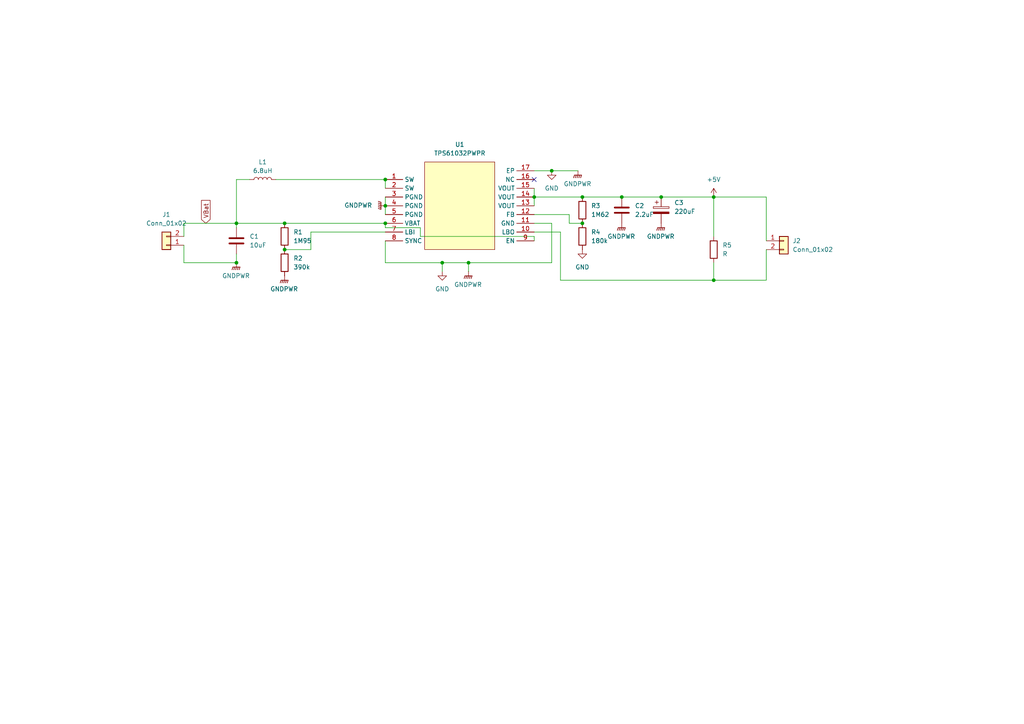
<source format=kicad_sch>
(kicad_sch (version 20231120) (generator "eeschema") (generator_version "8.0")
  (paper "A4")
  (lib_symbols
    (symbol "Connector_Generic:Conn_01x02" (pin_names (offset 1.016) hide)
      (property "Reference" "J" (at 0 2.54 0))
      (property "Value" "Conn_01x02" (at 0 -5.08 0))
      (symbol "Conn_01x02_1_1"
        (rectangle (start -1.27 -2.413) (end 0 -2.667) (stroke (width 0.1524)))
        (rectangle (start -1.27 0.127) (end 0 -0.127) (stroke (width 0.1524)))
        (rectangle (start -1.27 1.27) (end 1.27 -3.81) (stroke (width 0.254)) (fill (type background)))
        (pin passive line (at -5.08 0 0) (length 3.81) (name "Pin_1") (number "1"))
        (pin passive line (at -5.08 -2.54 0) (length 3.81) (name "Pin_2") (number "2"))
      )
    )
    (symbol "Device:C" (pin_numbers hide) (pin_names (offset 0.254))
      (property "Reference" "C" (at 0.635 2.54 0))
      (property "Value" "C" (at 0.635 -2.54 0))
      (symbol "C_0_1"
        (polyline (pts (xy -2.032 -0.762) (xy 2.032 -0.762)) (stroke (width 0.508)))
        (polyline (pts (xy -2.032 0.762) (xy 2.032 0.762)) (stroke (width 0.508)))
      )
      (symbol "C_1_1"
        (pin passive line (at 0 3.81 270) (length 2.794) (name "~") (number "1"))
        (pin passive line (at 0 -3.81 90) (length 2.794) (name "~") (number "2"))
      )
    )
    (symbol "Device:C_Polarized" (pin_numbers hide) (pin_names (offset 0.254))
      (property "Reference" "C" (at 0.635 2.54 0))
      (property "Value" "C_Polarized" (at 0.635 -2.54 0))
      (symbol "C_Polarized_0_1"
        (rectangle (start -2.286 0.508) (end 2.286 1.016))
        (polyline (pts (xy -1.778 2.286) (xy -0.762 2.286)))
        (polyline (pts (xy -1.27 2.794) (xy -1.27 1.778)))
        (rectangle (start 2.286 -0.508) (end -2.286 -1.016) (fill (type outline)))
      )
      (symbol "C_Polarized_1_1"
        (pin passive line (at 0 3.81 270) (length 2.794) (name "~") (number "1"))
        (pin passive line (at 0 -3.81 90) (length 2.794) (name "~") (number "2"))
      )
    )
    (symbol "Device:L" (pin_numbers hide) (pin_names (offset 1.016) hide)
      (property "Reference" "L" (at -1.27 0 90))
      (property "Value" "L" (at 1.905 0 90))
      (symbol "L_0_1"
        (arc (start 0 -2.54) (mid 0.6323 -1.905) (end 0 -1.27))
        (arc (start 0 -1.27) (mid 0.6323 -0.635) (end 0 0))
        (arc (start 0 0) (mid 0.6323 0.635) (end 0 1.27))
        (arc (start 0 1.27) (mid 0.6323 1.905) (end 0 2.54))
      )
      (symbol "L_1_1"
        (pin passive line (at 0 3.81 270) (length 1.27) (name "1") (number "1"))
        (pin passive line (at 0 -3.81 90) (length 1.27) (name "2") (number "2"))
      )
    )
    (symbol "Device:R" (pin_numbers hide) (pin_names (offset 0))
      (property "Reference" "R" (at 2.032 0 90))
      (property "Value" "R" (at 0 0 90))
      (symbol "R_0_1"
        (rectangle (start -1.016 -2.54) (end 1.016 2.54) (stroke (width 0.254)))
      )
      (symbol "R_1_1"
        (pin passive line (at 0 3.81 270) (length 1.27) (name "~") (number "1"))
        (pin passive line (at 0 -3.81 90) (length 1.27) (name "~") (number "2"))
      )
    )
    (symbol "easyeda2kicad:TPS61032PWPR"
      (property "Reference" "U" (at 0 15.24 0))
      (property "Value" "TPS61032PWPR" (at 0 -15.24 0))
      (symbol "TPS61032PWPR_0_1"
        (rectangle (start -10.16 12.7) (end 10.16 -12.7) (fill (type background)))
        (pin unspecified line (at -21.59 7.62 0) (length 5.08) (name "SW") (number "1"))
        (pin unspecified line (at 21.59 -7.62 180) (length 5.08) (name "LBO") (number "10"))
        (pin unspecified line (at 21.59 -5.08 180) (length 5.08) (name "GND") (number "11"))
        (pin unspecified line (at 21.59 -2.54 180) (length 5.08) (name "FB") (number "12"))
        (pin unspecified line (at 21.59 0 180) (length 5.08) (name "VOUT") (number "13"))
        (pin unspecified line (at 21.59 2.54 180) (length 5.08) (name "VOUT") (number "14"))
        (pin unspecified line (at 21.59 5.08 180) (length 5.08) (name "VOUT") (number "15"))
        (pin unspecified line (at 21.59 7.62 180) (length 5.08) (name "NC") (number "16"))
        (pin unspecified line (at 21.59 10.16 180) (length 5.08) (name "EP") (number "17"))
        (pin unspecified line (at -21.59 5.08 0) (length 5.08) (name "SW") (number "2"))
        (pin unspecified line (at -21.59 2.54 0) (length 5.08) (name "PGND") (number "3"))
        (pin unspecified line (at -21.59 0 0) (length 5.08) (name "PGND") (number "4"))
        (pin unspecified line (at -21.59 -2.54 0) (length 5.08) (name "PGND") (number "5"))
        (pin unspecified line (at -21.59 -5.08 0) (length 5.08) (name "VBAT") (number "6"))
        (pin unspecified line (at -21.59 -7.62 0) (length 5.08) (name "LBI") (number "7"))
        (pin unspecified line (at -21.59 -10.16 0) (length 5.08) (name "SYNC") (number "8"))
        (pin unspecified line (at 21.59 -10.16 180) (length 5.08) (name "EN") (number "9"))
      )
    )
    (symbol "power:+5V" (power) (pin_numbers hide) (pin_names (offset 0) hide)
      (property "Value" "+5V" (at 0 3.556 0))
      (symbol "+5V_0_1"
        (polyline (pts (xy -0.762 1.27) (xy 0 2.54)))
        (polyline (pts (xy 0 0) (xy 0 2.54)))
        (polyline (pts (xy 0 2.54) (xy 0.762 1.27)))
      )
      (symbol "+5V_1_1"
        (pin power_in line (at 0 0 90) (length 0) (name "~") (number "1"))
      )
    )
    (symbol "power:GND" (power) (pin_numbers hide) (pin_names (offset 0) hide)
      (property "Value" "GND" (at 0 -3.81 0))
      (symbol "GND_0_1"
        (polyline (pts (xy 0 0) (xy 0 -1.27) (xy 1.27 -1.27) (xy 0 -2.54) (xy -1.27 -1.27) (xy 0 -1.27)))
      )
      (symbol "GND_1_1"
        (pin power_in line (at 0 0 270) (length 0) (name "~") (number "1"))
      )
    )
    (symbol "power:GNDPWR" (power) (pin_numbers hide) (pin_names (offset 0) hide)
      (property "Value" "GNDPWR" (at 0 -3.302 0))
      (symbol "GNDPWR_0_1"
        (polyline (pts (xy 0 -1.27) (xy 0 0)))
        (polyline (pts (xy -1.016 -1.27) (xy -1.27 -2.032) (xy -1.27 -2.032)) (stroke (width 0.2032)))
        (polyline (pts (xy -0.508 -1.27) (xy -0.762 -2.032) (xy -0.762 -2.032)) (stroke (width 0.2032)))
        (polyline (pts (xy 0 -1.27) (xy -0.254 -2.032) (xy -0.254 -2.032)) (stroke (width 0.2032)))
        (polyline (pts (xy 0.508 -1.27) (xy 0.254 -2.032) (xy 0.254 -2.032)) (stroke (width 0.2032)))
        (polyline (pts (xy 1.016 -1.27) (xy -1.016 -1.27) (xy -1.016 -1.27)) (stroke (width 0.2032)))
        (polyline (pts (xy 1.016 -1.27) (xy 0.762 -2.032) (xy 0.762 -2.032) (xy 0.762 -2.032)) (stroke (width 0.2032)))
      )
      (symbol "GNDPWR_1_1"
        (pin power_in line (at 0 0 270) (length 0) (name "~") (number "1"))
      )
    )
  )
  (junction (at 160.02 49.53))
  (junction (at 68.58 76.2))
  (junction (at 207.01 57.15))
  (junction (at 111.76 64.77))
  (junction (at 68.58 64.77))
  (junction (at 111.76 59.69))
  (junction (at 168.91 64.77))
  (junction (at 191.77 57.15))
  (junction (at 128.27 76.2))
  (junction (at 154.94 57.15))
  (junction (at 135.89 76.2))
  (junction (at 82.55 72.39))
  (junction (at 207.01 81.28))
  (junction (at 82.55 64.77))
  (junction (at 168.91 57.15))
  (junction (at 111.76 52.07))
  (junction (at 180.34 57.15))
  (no_connect (at 154.94 52.07))
  (wire (pts (xy 154.94 68.58) (xy 121.92 68.58)))
  (wire (pts (xy 207.01 81.28) (xy 222.25 81.28)))
  (wire (pts (xy 162.56 67.31) (xy 162.56 81.28)))
  (wire (pts (xy 162.56 81.28) (xy 207.01 81.28)))
  (wire (pts (xy 53.34 64.77) (xy 68.58 64.77)))
  (wire (pts (xy 135.89 76.2) (xy 160.02 76.2)))
  (wire (pts (xy 111.76 57.15) (xy 111.76 59.69)))
  (wire (pts (xy 68.58 64.77) (xy 68.58 66.04)))
  (wire (pts (xy 53.34 76.2) (xy 68.58 76.2)))
  (wire (pts (xy 90.17 67.31) (xy 90.17 72.39)))
  (wire (pts (xy 68.58 64.77) (xy 82.55 64.77)))
  (wire (pts (xy 68.58 64.77) (xy 68.58 52.07)))
  (wire (pts (xy 222.25 69.85) (xy 222.25 57.15)))
  (wire (pts (xy 154.94 54.61) (xy 154.94 57.15)))
  (wire (pts (xy 68.58 73.66) (xy 68.58 76.2)))
  (wire (pts (xy 111.76 66.04) (xy 111.76 64.77)))
  (wire (pts (xy 53.34 68.58) (xy 53.34 64.77)))
  (wire (pts (xy 68.58 52.07) (xy 72.39 52.07)))
  (wire (pts (xy 154.94 57.15) (xy 168.91 57.15)))
  (wire (pts (xy 154.94 62.23) (xy 165.1 62.23)))
  (wire (pts (xy 121.92 68.58) (xy 121.92 66.04)))
  (wire (pts (xy 128.27 76.2) (xy 128.27 78.74)))
  (wire (pts (xy 53.34 71.12) (xy 53.34 76.2)))
  (wire (pts (xy 207.01 57.15) (xy 207.01 68.58)))
  (wire (pts (xy 191.77 57.15) (xy 207.01 57.15)))
  (wire (pts (xy 165.1 64.77) (xy 168.91 64.77)))
  (wire (pts (xy 111.76 59.69) (xy 111.76 62.23)))
  (wire (pts (xy 111.76 67.31) (xy 90.17 67.31)))
  (wire (pts (xy 154.94 67.31) (xy 162.56 67.31)))
  (wire (pts (xy 135.89 76.2) (xy 135.89 78.74)))
  (wire (pts (xy 128.27 76.2) (xy 135.89 76.2)))
  (wire (pts (xy 180.34 57.15) (xy 191.77 57.15)))
  (wire (pts (xy 80.01 52.07) (xy 111.76 52.07)))
  (wire (pts (xy 168.91 57.15) (xy 180.34 57.15)))
  (wire (pts (xy 165.1 62.23) (xy 165.1 64.77)))
  (wire (pts (xy 154.94 68.58) (xy 154.94 69.85)))
  (wire (pts (xy 160.02 76.2) (xy 160.02 64.77)))
  (wire (pts (xy 111.76 69.85) (xy 111.76 76.2)))
  (wire (pts (xy 121.92 66.04) (xy 111.76 66.04)))
  (wire (pts (xy 90.17 72.39) (xy 82.55 72.39)))
  (wire (pts (xy 154.94 57.15) (xy 154.94 59.69)))
  (wire (pts (xy 160.02 49.53) (xy 167.64 49.53)))
  (wire (pts (xy 160.02 64.77) (xy 154.94 64.77)))
  (wire (pts (xy 222.25 57.15) (xy 207.01 57.15)))
  (wire (pts (xy 82.55 64.77) (xy 111.76 64.77)))
  (wire (pts (xy 111.76 52.07) (xy 111.76 54.61)))
  (wire (pts (xy 154.94 49.53) (xy 160.02 49.53)))
  (wire (pts (xy 207.01 81.28) (xy 207.01 76.2)))
  (wire (pts (xy 222.25 72.39) (xy 222.25 81.28)))
  (wire (pts (xy 111.76 76.2) (xy 128.27 76.2)))
  (global_label "VBat" (shape input) (at 59.69 64.77 90) (property "Intersheetrefs" "${INTERSHEET_REFS}" (effects (hide yes))))
  (symbol (lib_id "power:+5V") (at 207.01 57.15 0) (unit 1)
    (property "Reference" "#PWR01" (effects (hide yes)))
    (property "Value" "+5V" (at 207.01 52.07 0))
    (property "Description" "Power symbol creates a global label with name \"+5V\"" (effects (hide yes)))
  )
  (symbol (lib_id "power:GNDPWR") (at 68.58 76.2 0) (unit 1)
    (property "Reference" "#PWR07" (effects (hide yes)))
    (property "Value" "GNDPWR" (at 68.453 80.01 0))
    (property "Description" "Power symbol creates a global label with name \"GNDPWR\" , global ground" (effects (hide yes)))
  )
  (symbol (lib_id "power:GND") (at 160.02 49.53 0) (unit 1)
    (property "Reference" "#PWR012" (effects (hide yes)))
    (property "Value" "GND" (at 160.02 54.61 0))
    (property "Description" "Power symbol creates a global label with name \"GND\" , ground" (effects (hide yes)))
  )
  (symbol (lib_id "Connector_Generic:Conn_01x02") (at 227.33 69.85 0) (unit 1)
    (property "Reference" "J2" (at 229.87 69.8499 0) (effects (justify left)))
    (property "Value" "Conn_01x02" (at 229.87 72.3899 0) (effects (justify left)))
    (property "Footprint" "Connector_PinHeader_2.54mm:PinHeader_1x02_P2.54mm_Horizontal" (effects (hide yes)))
    (property "Description" "Generic connector, single row, 01x02, script generated (kicad-library-utils/schlib/autogen/connector/)" (effects (hide yes)))
  )
  (symbol (lib_id "power:GNDPWR") (at 180.34 64.77 0) (unit 1)
    (property "Reference" "#PWR010" (effects (hide yes)))
    (property "Value" "GNDPWR" (at 180.213 68.58 0))
    (property "Description" "Power symbol creates a global label with name \"GNDPWR\" , global ground" (effects (hide yes)))
  )
  (symbol (lib_id "Device:R") (at 168.91 68.58 0) (unit 1)
    (property "Reference" "R4" (at 171.45 67.3099 0) (effects (justify left)))
    (property "Value" "180k" (at 171.45 69.8499 0) (effects (justify left)))
    (property "Footprint" "Resistor_SMD:R_1206_3216Metric" (effects (hide yes)))
    (property "Description" "Resistor" (effects (hide yes)))
  )
  (symbol (lib_id "power:GNDPWR") (at 167.64 49.53 0) (unit 1)
    (property "Reference" "#PWR013" (effects (hide yes)))
    (property "Value" "GNDPWR" (at 167.513 53.34 0))
    (property "Description" "Power symbol creates a global label with name \"GNDPWR\" , global ground" (effects (hide yes)))
  )
  (symbol (lib_id "Connector_Generic:Conn_01x02") (at 48.26 71.12 180) (unit 1)
    (property "Reference" "J1" (at 48.26 62.23 0))
    (property "Value" "Conn_01x02" (at 48.26 64.77 0))
    (property "Footprint" "Connector_PinHeader_2.54mm:PinHeader_1x02_P2.54mm_Horizontal" (effects (hide yes)))
    (property "Description" "Generic connector, single row, 01x02, script generated (kicad-library-utils/schlib/autogen/connector/)" (effects (hide yes)))
  )
  (symbol (lib_id "Device:R") (at 168.91 60.96 0) (unit 1)
    (property "Reference" "R3" (at 171.45 59.6899 0) (effects (justify left)))
    (property "Value" "1M62" (at 171.45 62.2299 0) (effects (justify left)))
    (property "Footprint" "Resistor_SMD:R_1206_3216Metric" (effects (hide yes)))
    (property "Description" "Resistor" (effects (hide yes)))
  )
  (symbol (lib_id "Device:R") (at 82.55 68.58 0) (unit 1)
    (property "Reference" "R1" (at 85.09 67.3099 0) (effects (justify left)))
    (property "Value" "1M95" (at 85.09 69.8499 0) (effects (justify left)))
    (property "Footprint" "Resistor_SMD:R_1206_3216Metric" (effects (hide yes)))
    (property "Description" "Resistor" (effects (hide yes)))
  )
  (symbol (lib_id "power:GND") (at 168.91 72.39 0) (unit 1)
    (property "Reference" "#PWR09" (effects (hide yes)))
    (property "Value" "GND" (at 168.91 77.47 0))
    (property "Description" "Power symbol creates a global label with name \"GND\" , ground" (effects (hide yes)))
  )
  (symbol (lib_id "power:GNDPWR") (at 135.89 78.74 0) (unit 1)
    (property "Reference" "#PWR05" (effects (hide yes)))
    (property "Value" "GNDPWR" (at 135.763 82.55 0))
    (property "Description" "Power symbol creates a global label with name \"GNDPWR\" , global ground" (effects (hide yes)))
  )
  (symbol (lib_id "power:GNDPWR") (at 111.76 59.69 270) (unit 1)
    (property "Reference" "#PWR06" (effects (hide yes)))
    (property "Value" "GNDPWR" (at 107.95 59.5629 90) (effects (justify right)))
    (property "Description" "Power symbol creates a global label with name \"GNDPWR\" , global ground" (effects (hide yes)))
  )
  (symbol (lib_id "power:GNDPWR") (at 82.55 80.01 0) (unit 1)
    (property "Reference" "#PWR08" (effects (hide yes)))
    (property "Value" "GNDPWR" (at 82.423 83.82 0))
    (property "Description" "Power symbol creates a global label with name \"GNDPWR\" , global ground" (effects (hide yes)))
  )
  (symbol (lib_id "Device:C_Polarized") (at 191.77 60.96 0) (unit 1)
    (property "Reference" "C3" (at 195.58 58.8009 0) (effects (justify left)))
    (property "Value" "220uF" (at 195.58 61.3409 0) (effects (justify left)))
    (property "Footprint" "Capacitor_SMD:CP_Elec_6.3x7.7" (effects (hide yes)))
    (property "Description" "Polarized capacitor" (effects (hide yes)))
    (property "LCSC" "C2887273" (effects (hide yes)))
  )
  (symbol (lib_id "Device:L") (at 76.2 52.07 270) (mirror x) (unit 1)
    (property "Reference" "L1" (at 76.2 46.99 90))
    (property "Value" "6.8uH" (at 76.2 49.53 90))
    (property "Footprint" "Inductor_SMD:L_Sunlord_MWSA1004S" (effects (hide yes)))
    (property "Description" "Inductor" (effects (hide yes)))
    (property "LCSC" "C2921230" (effects (hide yes)))
  )
  (symbol (lib_id "easyeda2kicad:TPS61032PWPR") (at 133.35 59.69 0) (unit 1)
    (property "Reference" "U1" (at 133.35 41.91 0))
    (property "Value" "TPS61032PWPR" (at 133.35 44.45 0))
    (property "Footprint" "easyeda2kicad:HTSSOP-16_L5.0-W4.4-P0.65-LS6.4-BL-EP" (effects (hide yes)))
    (property "Datasheet" "https://lcsc.com/product-detail/DC-DC-Converters_TI_TPS61032PWPR_TPS61032PWPR_C88716.html" (effects (hide yes)))
    (property "LCSC Part" "C88716" (effects (hide yes)))
  )
  (symbol (lib_id "Device:C") (at 68.58 69.85 0) (unit 1)
    (property "Reference" "C1" (at 72.39 68.5799 0) (effects (justify left)))
    (property "Value" "10uF" (at 72.39 71.1199 0) (effects (justify left)))
    (property "Footprint" "Capacitor_SMD:C_1206_3216Metric" (effects (hide yes)))
    (property "Description" "Unpolarized capacitor" (effects (hide yes)))
  )
  (symbol (lib_id "Device:C") (at 180.34 60.96 0) (unit 1)
    (property "Reference" "C2" (at 184.15 59.6899 0) (effects (justify left)))
    (property "Value" "2.2uF" (at 184.15 62.2299 0) (effects (justify left)))
    (property "Footprint" "Capacitor_SMD:C_1206_3216Metric" (effects (hide yes)))
    (property "Description" "Unpolarized capacitor" (effects (hide yes)))
  )
  (symbol (lib_id "power:GNDPWR") (at 191.77 64.77 0) (unit 1)
    (property "Reference" "#PWR011" (effects (hide yes)))
    (property "Value" "GNDPWR" (at 191.643 68.58 0))
    (property "Description" "Power symbol creates a global label with name \"GNDPWR\" , global ground" (effects (hide yes)))
  )
  (symbol (lib_id "Device:R") (at 82.55 76.2 0) (unit 1)
    (property "Reference" "R2" (at 85.09 74.9299 0) (effects (justify left)))
    (property "Value" "390k" (at 85.09 77.4699 0) (effects (justify left)))
    (property "Footprint" "Resistor_SMD:R_1206_3216Metric" (effects (hide yes)))
    (property "Description" "Resistor" (effects (hide yes)))
  )
  (symbol (lib_id "Device:R") (at 207.01 72.39 0) (unit 1)
    (property "Reference" "R5" (at 209.55 71.1199 0) (effects (justify left)))
    (property "Value" "R" (at 209.55 73.6599 0) (effects (justify left)))
    (property "Footprint" "Resistor_SMD:R_1206_3216Metric" (effects (hide yes)))
    (property "Description" "Resistor" (effects (hide yes)))
  )
  (symbol (lib_id "power:GND") (at 128.27 78.74 0) (unit 1)
    (property "Reference" "#PWR04" (effects (hide yes)))
    (property "Value" "GND" (at 128.27 83.82 0))
    (property "Description" "Power symbol creates a global label with name \"GND\" , ground" (effects (hide yes)))
  )
)
</source>
